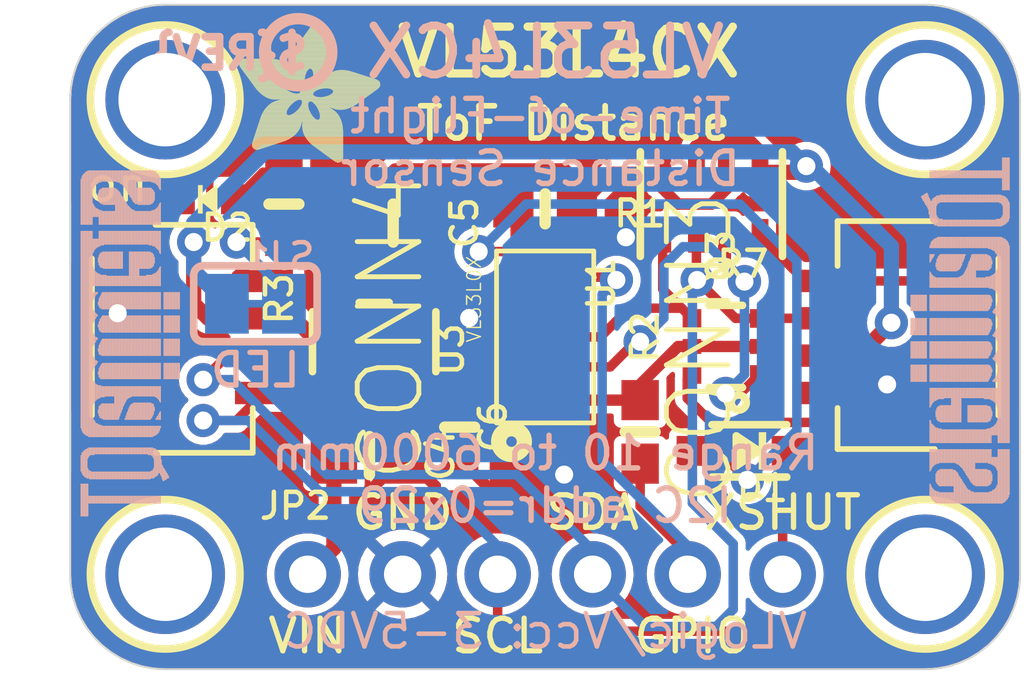
<source format=kicad_pcb>
(kicad_pcb (version 20221018) (generator pcbnew)
  (layers (0 "F.Cu" signal) (31 "B.Cu" signal) (34 "B.Paste" user) (35 "F.Paste" user) (36 "B.SilkS" user "B.Silkscreen") (37 "F.SilkS" user "F.Silkscreen") (38 "B.Mask" user) (39 "F.Mask" user) (44 "Edge.Cuts" user))
  (net 0 "")
  (net 1 "SDA")
  (net 2 "SCL")
  (net 3 "GND")
  (net 4 "GPIO")
  (net 5 "XSHUT")
  (net 6 "XSHUT_2.8V")
  (net 7 "2.8V")
  (net 8 "SCL_3V")
  (net 9 "SDA_3V")
  (net 10 "VCC")
  (net 11 "N$1")
  (net 12 "N$2")
  (footprint "working:FIDUCIAL_1MM" (layer "F.Cu") (at 141.0081 109.1946)
    (fp_text reference "FID1" hide)
    (fp_text value "FIDUCIAL_1MM" hide)
    (pad "1" smd roundrect (at 0 0) (size 1 1) (layers "F.Cu" "F.Mask") (roundrect_rratio 0.5))
  )
  (footprint "working:0805-NO" (layer "F.Cu") (at 144.4371 101.9556)
    (fp_text reference "C5" (at 1.905 -0.762 90) (layer "F.SilkS") (effects (font (size 0.692831 0.692831) (thickness 0.119969)) (justify right)))
    (fp_text value "10uF")
    (pad "1" smd rect (at -0.95 0) (size 1.24 1.5) (layers "F.Cu" "F.Paste" "F.Mask") (net 7 "2.8V"))
    (pad "2" smd rect (at 0.95 0) (size 1.24 1.5) (layers "F.Cu" "F.Paste" "F.Mask") (net 3 "GND"))
  )
  (footprint "working:JST_SH4" (layer "F.Cu") (at 158.5341 105.0036 90)
    (fp_text reference "CONN3" (at -4.6 -5.9 90) (layer "F.SilkS") (effects (font (size 1.647139 1.647139) (thickness 0.130861)) (justify left)))
    (fp_text value "STEMMA_I2C_QT" hide)
    (pad "1" smd rect (at -1.5 -2.514 180) (size 1.55 0.6) (layers "F.Cu" "F.Paste" "F.Mask") (net 3 "GND"))
    (pad "2" smd rect (at -0.5 -2.514 180) (size 1.55 0.6) (layers "F.Cu" "F.Paste" "F.Mask") (net 10 "VCC"))
    (pad "3" smd rect (at 0.5 -2.514 180) (size 1.55 0.6) (layers "F.Cu" "F.Paste" "F.Mask") (net 1 "SDA"))
    (pad "4" smd rect (at 1.5 -2.514 180) (size 1.55 0.6) (layers "F.Cu" "F.Paste" "F.Mask") (net 2 "SCL"))
    (pad "MT1" smd rect (at -2.8 1.386 180) (size 1.8 1.2) (layers "F.Cu" "F.Paste" "F.Mask") (net 3 "GND"))
    (pad "MT2" smd rect (at 2.8 1.386 180) (size 1.8 1.2) (layers "F.Cu" "F.Paste" "F.Mask") (net 3 "GND"))
  )
  (footprint "working:LGA12_ST" (layer "F.Cu") (at 148.5011 105.0036 -90)
    (fp_text reference "U1" (at -2.2 -1.5 90) (layer "F.SilkS") (effects (font (size 0.692831 0.692831) (thickness 0.119969)) (justify right)))
    (fp_text value "VL53L0X" (at -2.2 1.9 90) (layer "F.SilkS") (effects (font (size 0.369824 0.369824) (thickness 0.036576)) (justify right)))
    (pad "1" smd rect (at 1.6 0.8 270) (size 0.5 0.5) (layers "F.Cu" "F.Paste" "F.Mask") (net 7 "2.8V"))
    (pad "2" smd rect (at 0.8 0.8 270) (size 0.5 0.5) (layers "F.Cu" "F.Paste" "F.Mask") (net 3 "GND"))
    (pad "3" smd rect (at 0 0.8 270) (size 0.5 0.5) (layers "F.Cu" "F.Paste" "F.Mask") (net 3 "GND"))
    (pad "4" smd rect (at -0.8 0.8 270) (size 0.5 0.5) (layers "F.Cu" "F.Paste" "F.Mask") (net 3 "GND"))
    (pad "5" smd rect (at -1.6 0.8 270) (size 0.5 0.5) (layers "F.Cu" "F.Paste" "F.Mask") (net 6 "XSHUT_2.8V"))
    (pad "6" smd rect (at -1.6 0 270) (size 0.5 0.5) (layers "F.Cu" "F.Paste" "F.Mask") (net 3 "GND"))
    (pad "7" smd rect (at -1.6 -0.8 270) (size 0.5 0.5) (layers "F.Cu" "F.Paste" "F.Mask") (net 4 "GPIO"))
    (pad "8" smd rect (at -0.8 -0.8 270) (size 0.5 0.5) (layers "F.Cu" "F.Paste" "F.Mask"))
    (pad "9" smd rect (at 0 -0.8 270) (size 0.5 0.5) (layers "F.Cu" "F.Paste" "F.Mask") (net 9 "SDA_3V"))
    (pad "10" smd rect (at 0.8 -0.8 270) (size 0.5 0.5) (layers "F.Cu" "F.Paste" "F.Mask") (net 8 "SCL_3V"))
    (pad "11" smd rect (at 1.6 -0.8 270) (size 0.5 0.5) (layers "F.Cu" "F.Paste" "F.Mask") (net 7 "2.8V"))
    (pad "12" smd rect (at 1.6 0 270) (size 0.5 0.5) (layers "F.Cu" "F.Paste" "F.Mask") (net 3 "GND"))
  )
  (footprint "working:0603-NO" (layer "F.Cu") (at 146.2151 107.4166 -90)
    (fp_text reference "C6" (at -0.762 -0.889 90) (layer "F.SilkS") (effects (font (size 0.692831 0.692831) (thickness 0.119969)) (justify right)))
    (fp_text value "0.1uF")
    (pad "1" smd rect (at -0.85 0 270) (size 1.075 1) (layers "F.Cu" "F.Paste" "F.Mask") (net 7 "2.8V"))
    (pad "2" smd rect (at 0.85 0 270) (size 1.075 1) (layers "F.Cu" "F.Paste" "F.Mask") (net 3 "GND"))
  )
  (footprint "working:MOUNTINGHOLE_2.5_PLATED" (layer "F.Cu") (at 138.3411 111.3536)
    (fp_text reference "U$33" hide)
    (fp_text value "MOUNTINGHOLE2.5" hide)
    (pad "P$1" thru_hole circle (at 0 0) (size 3.2 3.2) (drill 2.5) (layers "*.Cu" "*.Mask"))
    (zone (net 0) (net_name "") (layer "F.Cu") (connect_pads (clearance 0)) (min_thickness 0.25)
      (keepout (tracks not_allowed) (vias not_allowed) (pads not_allowed) (copperpour not_allowed) (footprints allowed))
      (fill (thermal_gap 0.5) (thermal_bridge_width 0.5))
      (polygon (pts (xy 140.3571 111.3536) (xy 140.33748 111.073027) (xy 140.279004 110.797915) (xy 140.182808 110.533619) (xy 140.050765 110.285283) (xy 139.885446 110.05774) (xy 139.690067 109.85542) (xy 139.468433 109.68226) (xy 139.224856 109.541631) (xy 138.964078 109.43627) (xy 138.691175 109.368228) (xy 138.411457 109.338828) (xy 138.130371 109.348644) (xy 137.853385 109.397484) (xy 137.585893 109.484397) (xy 137.3331 109.607693) (xy 137.099926 109.76497) (xy 136.890911 109.953169) (xy 136.710122 110.168625) (xy 136.561078 110.407145) (xy 136.44668 110.664087) (xy 136.369154 110.93445) (xy 136.330011 111.212971) (xy 136.330011 111.494229) (xy 136.369154 111.77275) (xy 136.44668 112.043113) (xy 136.561078 112.300055) (xy 136.710122 112.538575) (xy 136.890911 112.754031) (xy 137.099926 112.94223) (xy 137.3331 113.099507) (xy 137.585893 113.222803) (xy 137.853385 113.309716) (xy 138.130371 113.358556) (xy 138.411457 113.368372) (xy 138.691175 113.338972) (xy 138.964078 113.27093) (xy 139.224856 113.165569) (xy 139.468433 113.02494) (xy 139.690067 112.85178) (xy 139.885446 112.64946) (xy 140.050765 112.421917) (xy 140.182808 112.173581) (xy 140.279004 111.909285) (xy 140.33748 111.634173)))
      (polygon (pts (xy 138.3251 111.3536) (xy 138.329786 111.364914) (xy 138.3411 111.3696) (xy 138.352414 111.364914) (xy 138.3571 111.3536) (xy 138.352414 111.342286) (xy 138.3411 111.3376) (xy 138.329786 111.342286)))
    )
    (zone (net 0) (net_name "") (layer "B.Cu") (connect_pads (clearance 0)) (min_thickness 0.25)
      (keepout (tracks not_allowed) (vias not_allowed) (pads not_allowed) (copperpour not_allowed) (footprints allowed))
      (fill (thermal_gap 0.5) (thermal_bridge_width 0.5))
      (polygon (pts (xy 140.3571 111.3536) (xy 140.33748 111.073027) (xy 140.279004 110.797915) (xy 140.182808 110.533619) (xy 140.050765 110.285283) (xy 139.885446 110.05774) (xy 139.690067 109.85542) (xy 139.468433 109.68226) (xy 139.224856 109.541631) (xy 138.964078 109.43627) (xy 138.691175 109.368228) (xy 138.411457 109.338828) (xy 138.130371 109.348644) (xy 137.853385 109.397484) (xy 137.585893 109.484397) (xy 137.3331 109.607693) (xy 137.099926 109.76497) (xy 136.890911 109.953169) (xy 136.710122 110.168625) (xy 136.561078 110.407145) (xy 136.44668 110.664087) (xy 136.369154 110.93445) (xy 136.330011 111.212971) (xy 136.330011 111.494229) (xy 136.369154 111.77275) (xy 136.44668 112.043113) (xy 136.561078 112.300055) (xy 136.710122 112.538575) (xy 136.890911 112.754031) (xy 137.099926 112.94223) (xy 137.3331 113.099507) (xy 137.585893 113.222803) (xy 137.853385 113.309716) (xy 138.130371 113.358556) (xy 138.411457 113.368372) (xy 138.691175 113.338972) (xy 138.964078 113.27093) (xy 139.224856 113.165569) (xy 139.468433 113.02494) (xy 139.690067 112.85178) (xy 139.885446 112.64946) (xy 140.050765 112.421917) (xy 140.182808 112.173581) (xy 140.279004 111.909285) (xy 140.33748 111.634173)))
      (polygon (pts (xy 138.3251 111.3536) (xy 138.329786 111.364914) (xy 138.3411 111.3696) (xy 138.352414 111.364914) (xy 138.3571 111.3536) (xy 138.352414 111.342286) (xy 138.3411 111.3376) (xy 138.329786 111.342286)))
    )
  )
  (footprint "working:SOT23-5" (layer "F.Cu") (at 143.9291 105.1306)
    (fp_text reference "U3" (at 2.032 -0.562 90) (layer "F.SilkS") (effects (font (size 0.692831 0.692831) (thickness 0.119969)) (justify right)))
    (fp_text value "LP5907-2.8")
    (pad "1" smd rect (at -0.95 1.3001) (size 0.55 1.2) (layers "F.Cu" "F.Paste" "F.Mask") (net 10 "VCC"))
    (pad "2" smd rect (at 0 1.3001) (size 0.55 1.2) (layers "F.Cu" "F.Paste" "F.Mask") (net 3 "GND"))
    (pad "3" smd rect (at 0.95 1.3001) (size 0.55 1.2) (layers "F.Cu" "F.Paste" "F.Mask") (net 10 "VCC"))
    (pad "4" smd rect (at 0.95 -1.3001) (size 0.55 1.2) (layers "F.Cu" "F.Paste" "F.Mask"))
    (pad "5" smd rect (at -0.95 -1.3001) (size 0.55 1.2) (layers "F.Cu" "F.Paste" "F.Mask") (net 7 "2.8V"))
  )
  (footprint "working:JST_SH4" (layer "F.Cu") (at 138.4681 105.0036 -90)
    (fp_text reference "CONN4" (at -4.6 -5.9 90) (layer "F.SilkS") (effects (font (size 1.647139 1.647139) (thickness 0.130861)) (justify right)))
    (fp_text value "STEMMA_I2C_QT" hide)
    (pad "1" smd rect (at -1.5 -2.514) (size 1.55 0.6) (layers "F.Cu" "F.Paste" "F.Mask") (net 3 "GND"))
    (pad "2" smd rect (at -0.5 -2.514) (size 1.55 0.6) (layers "F.Cu" "F.Paste" "F.Mask") (net 10 "VCC"))
    (pad "3" smd rect (at 0.5 -2.514) (size 1.55 0.6) (layers "F.Cu" "F.Paste" "F.Mask") (net 1 "SDA"))
    (pad "4" smd rect (at 1.5 -2.514) (size 1.55 0.6) (layers "F.Cu" "F.Paste" "F.Mask") (net 2 "SCL"))
    (pad "MT1" smd rect (at -2.8 1.386) (size 1.8 1.2) (layers "F.Cu" "F.Paste" "F.Mask") (net 3 "GND"))
    (pad "MT2" smd rect (at 2.8 1.386) (size 1.8 1.2) (layers "F.Cu" "F.Paste" "F.Mask") (net 3 "GND"))
  )
  (footprint "working:1X06_ROUND_70" (layer "F.Cu") (at 148.5011 111.3536)
    (fp_text reference "JP2" (at -7.6962 -1.8288) (layer "F.SilkS") (effects (font (size 0.692831 0.692831) (thickness 0.119969)) (justify left)))
    (fp_text value "")
    (pad "1" thru_hole circle (at -6.35 0 90) (size 1.778 1.778) (drill 1) (layers "*.Cu" "*.Mask") (net 10 "VCC"))
    (pad "2" thru_hole circle (at -3.81 0 90) (size 1.778 1.778) (drill 1) (layers "*.Cu" "*.Mask") (net 3 "GND"))
    (pad "3" thru_hole circle (at -1.27 0 90) (size 1.778 1.778) (drill 1) (layers "*.Cu" "*.Mask") (net 2 "SCL"))
    (pad "4" thru_hole circle (at 1.27 0 90) (size 1.778 1.778) (drill 1) (layers "*.Cu" "*.Mask") (net 1 "SDA"))
    (pad "5" thru_hole circle (at 3.81 0 90) (size 1.778 1.778) (drill 1) (layers "*.Cu" "*.Mask") (net 4 "GPIO"))
    (pad "6" thru_hole circle (at 6.35 0 90) (size 1.778 1.778) (drill 1) (layers "*.Cu" "*.Mask") (net 5 "XSHUT"))
  )
  (footprint "working:SOT363" (layer "F.Cu") (at 153.3271 105.2576 90)
    (fp_text reference "Q3" (at 1.651 -0.127 90) (layer "F.SilkS") (effects (font (size 0.692831 0.692831) (thickness 0.119969)) (justify left)))
    (fp_text value "BSS138")
    (pad "1" smd rect (at -0.75 0.9 90) (size 0.5 0.5) (layers "F.Cu" "F.Paste" "F.Mask") (net 8 "SCL_3V"))
    (pad "2" smd rect (at 0 0.9 90) (size 0.4 0.5) (layers "F.Cu" "F.Paste" "F.Mask") (net 7 "2.8V"))
    (pad "3" smd rect (at 0.75 0.9 90) (size 0.5 0.5) (layers "F.Cu" "F.Paste" "F.Mask") (net 1 "SDA"))
    (pad "4" smd rect (at 0.75 -0.9 90) (size 0.5 0.5) (layers "F.Cu" "F.Paste" "F.Mask") (net 9 "SDA_3V"))
    (pad "5" smd rect (at 0 -0.9 90) (size 0.4 0.5) (layers "F.Cu" "F.Paste" "F.Mask") (net 7 "2.8V"))
    (pad "6" smd rect (at -0.75 -0.9 90) (size 0.5 0.5) (layers "F.Cu" "F.Paste" "F.Mask") (net 2 "SCL"))
  )
  (footprint "working:0603-NO" (layer "F.Cu") (at 148.5011 101.5746)
    (fp_text reference "R1" (at 1.778 0.127) (layer "F.SilkS") (effects (font (size 0.692831 0.692831) (thickness 0.119969)) (justify left)))
    (fp_text value "10K")
    (pad "1" smd rect (at -0.85 0) (size 1.075 1) (layers "F.Cu" "F.Paste" "F.Mask") (net 6 "XSHUT_2.8V"))
    (pad "2" smd rect (at 0.85 0) (size 1.075 1) (layers "F.Cu" "F.Paste" "F.Mask") (net 7 "2.8V"))
  )
  (footprint "working:CHIPLED_0603_NOOUTLINE" (layer "F.Cu") (at 139.4841 101.3206 90)
    (fp_text reference "D2" (at -0.762 1.27) (layer "F.SilkS") (effects (font (size 0.692831 0.692831) (thickness 0.119969)) (justify right)))
    (fp_text value "GREEN")
    (pad "A" smd rect (at 0 0.75 90) (size 0.8 0.8) (layers "F.Cu" "F.Paste" "F.Mask") (net 11 "N$1"))
    (pad "C" smd rect (at 0 -0.75 90) (size 0.8 0.8) (layers "F.Cu" "F.Paste" "F.Mask") (net 3 "GND"))
  )
  (footprint "working:ADAFRUIT_3.5MM" (layer "F.Cu") (at 140.2969 100.3554)
    (fp_text reference "U$36" hide)
    (fp_text value "" hide)
  )
  (footprint "working:MOUNTINGHOLE_2.5_PLATED" (layer "F.Cu") (at 158.6611 111.3536)
    (fp_text reference "U$34" hide)
    (fp_text value "MOUNTINGHOLE2.5" hide)
    (pad "P$1" thru_hole circle (at 0 0) (size 3.2 3.2) (drill 2.5) (layers "*.Cu" "*.Mask"))
    (zone (net 0) (net_name "") (layer "F.Cu") (connect_pads (clearance 0)) (min_thickness 0.25)
      (keepout (tracks not_allowed) (vias not_allowed) (pads not_allowed) (copperpour not_allowed) (footprints allowed))
      (fill (thermal_gap 0.5) (thermal_bridge_width 0.5))
      (polygon (pts (xy 160.6771 111.3536) (xy 160.65748 111.073027) (xy 160.599004 110.797915) (xy 160.502808 110.533619) (xy 160.370765 110.285283) (xy 160.205446 110.05774) (xy 160.010067 109.85542) (xy 159.788433 109.68226) (xy 159.544856 109.541631) (xy 159.284078 109.43627) (xy 159.011175 109.368228) (xy 158.731457 109.338828) (xy 158.450371 109.348644) (xy 158.173385 109.397484) (xy 157.905893 109.484397) (xy 157.6531 109.607693) (xy 157.419926 109.76497) (xy 157.210911 109.953169) (xy 157.030122 110.168625) (xy 156.881078 110.407145) (xy 156.76668 110.664087) (xy 156.689154 110.93445) (xy 156.650011 111.212971) (xy 156.650011 111.494229) (xy 156.689154 111.77275) (xy 156.76668 112.043113) (xy 156.881078 112.300055) (xy 157.030122 112.538575) (xy 157.210911 112.754031) (xy 157.419926 112.94223) (xy 157.6531 113.099507) (xy 157.905893 113.222803) (xy 158.173385 113.309716) (xy 158.450371 113.358556) (xy 158.731457 113.368372) (xy 159.011175 113.338972) (xy 159.284078 113.27093) (xy 159.544856 113.165569) (xy 159.788433 113.02494) (xy 160.010067 112.85178) (xy 160.205446 112.64946) (xy 160.370765 112.421917) (xy 160.502808 112.173581) (xy 160.599004 111.909285) (xy 160.65748 111.634173)))
      (polygon (pts (xy 158.6451 111.3536) (xy 158.649786 111.364914) (xy 158.6611 111.3696) (xy 158.672414 111.364914) (xy 158.6771 111.3536) (xy 158.672414 111.342286) (xy 158.6611 111.3376) (xy 158.649786 111.342286)))
    )
    (zone (net 0) (net_name "") (layer "B.Cu") (connect_pads (clearance 0)) (min_thickness 0.25)
      (keepout (tracks not_allowed) (vias not_allowed) (pads not_allowed) (copperpour not_allowed) (footprints allowed))
      (fill (thermal_gap 0.5) (thermal_bridge_width 0.5))
      (polygon (pts (xy 160.6771 111.3536) (xy 160.65748 111.073027) (xy 160.599004 110.797915) (xy 160.502808 110.533619) (xy 160.370765 110.285283) (xy 160.205446 110.05774) (xy 160.010067 109.85542) (xy 159.788433 109.68226) (xy 159.544856 109.541631) (xy 159.284078 109.43627) (xy 159.011175 109.368228) (xy 158.731457 109.338828) (xy 158.450371 109.348644) (xy 158.173385 109.397484) (xy 157.905893 109.484397) (xy 157.6531 109.607693) (xy 157.419926 109.76497) (xy 157.210911 109.953169) (xy 157.030122 110.168625) (xy 156.881078 110.407145) (xy 156.76668 110.664087) (xy 156.689154 110.93445) (xy 156.650011 111.212971) (xy 156.650011 111.494229) (xy 156.689154 111.77275) (xy 156.76668 112.043113) (xy 156.881078 112.300055) (xy 157.030122 112.538575) (xy 157.210911 112.754031) (xy 157.419926 112.94223) (xy 157.6531 113.099507) (xy 157.905893 113.222803) (xy 158.173385 113.309716) (xy 158.450371 113.358556) (xy 158.731457 113.368372) (xy 159.011175 113.338972) (xy 159.284078 113.27093) (xy 159.544856 113.165569) (xy 159.788433 113.02494) (xy 160.010067 112.85178) (xy 160.205446 112.64946) (xy 160.370765 112.421917) (xy 160.502808 112.173581) (xy 160.599004 111.909285) (xy 160.65748 111.634173)))
      (polygon (pts (xy 158.6451 111.3536) (xy 158.649786 111.364914) (xy 158.6611 111.3696) (xy 158.672414 111.364914) (xy 158.6771 111.3536) (xy 158.672414 111.342286) (xy 158.6611 111.3376) (xy 158.649786 111.342286)))
    )
  )
  (footprint "working:RESPACK_4X0603" (layer "F.Cu") (at 152.9461 101.4476 180)
    (fp_text reference "R7" (at -1.6 -1.6) (layer "F.SilkS") (effects (font (size 0.692831 0.692831) (thickness 0.119969)) (justify right)))
    (fp_text value "10K")
    (pad "1" smd rect (at -1.3 0.85 180) (size 0.45 0.9) (layers "F.Cu" "F.Paste" "F.Mask") (net 10 "VCC"))
    (pad "2" smd rect (at -0.4 0.85 180) (size 0.45 0.9) (layers "F.Cu" "F.Paste" "F.Mask") (net 7 "2.8V"))
    (pad "3" smd rect (at 0.4 0.85 180) (size 0.45 0.9) (layers "F.Cu" "F.Paste" "F.Mask") (net 10 "VCC"))
    (pad "4" smd rect (at 1.3 0.85 180) (size 0.45 0.9) (layers "F.Cu" "F.Paste" "F.Mask") (net 7 "2.8V"))
    (pad "5" smd rect (at 1.3 -0.85 180) (size 0.45 0.9) (layers "F.Cu" "F.Paste" "F.Mask") (net 9 "SDA_3V"))
    (pad "6" smd rect (at 0.4 -0.85 180) (size 0.45 0.9) (layers "F.Cu" "F.Paste" "F.Mask") (net 1 "SDA"))
    (pad "7" smd rect (at -0.4 -0.85 180) (size 0.45 0.9) (layers "F.Cu" "F.Paste" "F.Mask") (net 8 "SCL_3V"))
    (pad "8" smd rect (at -1.3 -0.85 180) (size 0.45 0.9) (layers "F.Cu" "F.Paste" "F.Mask") (net 2 "SCL"))
  )
  (footprint "working:0603-NO" (layer "F.Cu") (at 151.0411 107.5436 90)
    (fp_text reference "R2" (at 1.778 0.127 90) (layer "F.SilkS") (effects (font (size 0.692831 0.692831) (thickness 0.119969)) (justify left)))
    (fp_text value "10K")
    (pad "1" smd rect (at -0.85 0 90) (size 1.075 1) (layers "F.Cu" "F.Paste" "F.Mask") (net 4 "GPIO"))
    (pad "2" smd rect (at 0.85 0 90) (size 1.075 1) (layers "F.Cu" "F.Paste" "F.Mask") (net 7 "2.8V"))
  )
  (footprint "working:SOD-323" (layer "F.Cu") (at 153.9621 108.0516 180)
    (fp_text reference "D1" (at -1.1 -1) (layer "F.SilkS") (effects (font (size 0.692831 0.692831) (thickness 0.119969)) (justify right)))
    (fp_text value "1N4148")
    (pad "A" smd rect (at 1.27 0 180) (size 1.35 0.8) (layers "F.Cu" "F.Paste" "F.Mask") (net 6 "XSHUT_2.8V"))
    (pad "C" smd rect (at -1.27 0 180) (size 1.35 0.8) (layers "F.Cu" "F.Paste" "F.Mask") (net 5 "XSHUT"))
  )
  (footprint "working:MOUNTINGHOLE_2.5_PLATED" (layer "F.Cu") (at 138.3411 98.6536)
    (fp_text reference "U$30" hide)
    (fp_text value "MOUNTINGHOLE2.5" hide)
    (pad "P$1" thru_hole circle (at 0 0) (size 3.2 3.2) (drill 2.5) (layers "*.Cu" "*.Mask"))
    (zone (net 0) (net_name "") (layer "F.Cu") (connect_pads (clearance 0)) (min_thickness 0.25)
      (keepout (tracks not_allowed) (vias not_allowed) (pads not_allowed) (copperpour not_allowed) (footprints allowed))
      (fill (thermal_gap 0.5) (thermal_bridge_width 0.5))
      (polygon (pts (xy 140.3571 98.6536) (xy 140.33748 98.373027) (xy 140.279004 98.097915) (xy 140.182808 97.833619) (xy 140.050765 97.585283) (xy 139.885446 97.35774) (xy 139.690067 97.15542) (xy 139.468433 96.98226) (xy 139.224856 96.841631) (xy 138.964078 96.73627) (xy 138.691175 96.668228) (xy 138.411457 96.638828) (xy 138.130371 96.648644) (xy 137.853385 96.697484) (xy 137.585893 96.784397) (xy 137.3331 96.907693) (xy 137.099926 97.06497) (xy 136.890911 97.253169) (xy 136.710122 97.468625) (xy 136.561078 97.707145) (xy 136.44668 97.964087) (xy 136.369154 98.23445) (xy 136.330011 98.512971) (xy 136.330011 98.794229) (xy 136.369154 99.07275) (xy 136.44668 99.343113) (xy 136.561078 99.600055) (xy 136.710122 99.838575) (xy 136.890911 100.054031) (xy 137.099926 100.24223) (xy 137.3331 100.399507) (xy 137.585893 100.522803) (xy 137.853385 100.609716) (xy 138.130371 100.658556) (xy 138.411457 100.668372) (xy 138.691175 100.638972) (xy 138.964078 100.57093) (xy 139.224856 100.465569) (xy 139.468433 100.32494) (xy 139.690067 100.15178) (xy 139.885446 99.94946) (xy 140.050765 99.721917) (xy 140.182808 99.473581) (xy 140.279004 99.209285) (xy 140.33748 98.934173)))
      (polygon (pts (xy 138.3251 98.6536) (xy 138.329786 98.664914) (xy 138.3411 98.6696) (xy 138.352414 98.664914) (xy 138.3571 98.6536) (xy 138.352414 98.642286) (xy 138.3411 98.6376) (xy 138.329786 98.642286)))
    )
    (zone (net 0) (net_name "") (layer "B.Cu") (connect_pads (clearance 0)) (min_thickness 0.25)
      (keepout (tracks not_allowed) (vias not_allowed) (pads not_allowed) (copperpour not_allowed) (footprints allowed))
      (fill (thermal_gap 0.5) (thermal_bridge_width 0.5))
      (polygon (pts (xy 140.3571 98.6536) (xy 140.33748 98.373027) (xy 140.279004 98.097915) (xy 140.182808 97.833619) (xy 140.050765 97.585283) (xy 139.885446 97.35774) (xy 139.690067 97.15542) (xy 139.468433 96.98226) (xy 139.224856 96.841631) (xy 138.964078 96.73627) (xy 138.691175 96.668228) (xy 138.411457 96.638828) (xy 138.130371 96.648644) (xy 137.853385 96.697484) (xy 137.585893 96.784397) (xy 137.3331 96.907693) (xy 137.099926 97.06497) (xy 136.890911 97.253169) (xy 136.710122 97.468625) (xy 136.561078 97.707145) (xy 136.44668 97.964087) (xy 136.369154 98.23445) (xy 136.330011 98.512971) (xy 136.330011 98.794229) (xy 136.369154 99.07275) (xy 136.44668 99.343113) (xy 136.561078 99.600055) (xy 136.710122 99.838575) (xy 136.890911 100.054031) (xy 137.099926 100.24223) (xy 137.3331 100.399507) (xy 137.585893 100.522803) (xy 137.853385 100.609716) (xy 138.130371 100.658556) (xy 138.411457 100.668372) (xy 138.691175 100.638972) (xy 138.964078 100.57093) (xy 139.224856 100.465569) (xy 139.468433 100.32494) (xy 139.690067 100.15178) (xy 139.885446 99.94946) (xy 140.050765 99.721917) (xy 140.182808 99.473581) (xy 140.279004 99.209285) (xy 140.33748 98.934173)))
      (polygon (pts (xy 138.3251 98.6536) (xy 138.329786 98.664914) (xy 138.3411 98.6696) (xy 138.352414 98.664914) (xy 138.3571 98.6536) (xy 138.352414 98.642286) (xy 138.3411 98.6376) (xy 138.329786 98.642286)))
    )
  )
  (footprint "working:FIDUCIAL_1MM" (layer "F.Cu") (at 155.3591 97.3836)
    (fp_text reference "FID4" hide)
    (fp_text value "FIDUCIAL_1MM" hide)
    (pad "1" smd roundrect (at 0 0) (size 1 1) (layers "F.Cu" "F.Mask") (roundrect_rratio 0.5))
  )
  (footprint "working:0603-NO" (layer "F.Cu") (at 141.5161 101.4476 -90)
    (fp_text reference "R3" (at 1.778 0.127 90) (layer "F.SilkS") (effects (font (size 0.692831 0.692831) (thickness 0.119969)) (justify right)))
    (fp_text value "10K")
    (pad "1" smd rect (at -0.85 0 270) (size 1.075 1) (layers "F.Cu" "F.Paste" "F.Mask") (net 11 "N$1"))
    (pad "2" smd rect (at 0.85 0 270) (size 1.075 1) (layers "F.Cu" "F.Paste" "F.Mask") (net 12 "N$2"))
  )
  (footprint "working:0805-NO" (layer "F.Cu") (at 143.8021 108.1786)
    (fp_text reference "C4" (at 1.905 -0.762 90) (layer "F.SilkS") (effects (font (size 0.692831 0.692831) (thickness 0.119969)) (justify right)))
    (fp_text value "10uF")
    (pad "1" smd rect (at -0.95 0) (size 1.24 1.5) (layers "F.Cu" "F.Paste" "F.Mask") (net 10 "VCC"))
    (pad "2" smd rect (at 0.95 0) (size 1.24 1.5) (layers "F.Cu" "F.Paste" "F.Mask") (net 3 "GND"))
  )
  (footprint "working:MOUNTINGHOLE_2.5_PLATED" (layer "F.Cu") (at 158.6611 98.6536)
    (fp_text reference "U$31" hide)
    (fp_text value "MOUNTINGHOLE2.5" hide)
    (pad "P$1" thru_hole circle (at 0 0) (size 3.2 3.2) (drill 2.5) (layers "*.Cu" "*.Mask"))
    (zone (net 0) (net_name "") (layer "F.Cu") (connect_pads (clearance 0)) (min_thickness 0.25)
      (keepout (tracks not_allowed) (vias not_allowed) (pads not_allowed) (copperpour not_allowed) (footprints allowed))
      (fill (thermal_gap 0.5) (thermal_bridge_width 0.5))
      (polygon (pts (xy 160.6771 98.6536) (xy 160.65748 98.373027) (xy 160.599004 98.097915) (xy 160.502808 97.833619) (xy 160.370765 97.585283) (xy 160.205446 97.35774) (xy 160.010067 97.15542) (xy 159.788433 96.98226) (xy 159.544856 96.841631) (xy 159.284078 96.73627) (xy 159.011175 96.668228) (xy 158.731457 96.638828) (xy 158.450371 96.648644) (xy 158.173385 96.697484) (xy 157.905893 96.784397) (xy 157.6531 96.907693) (xy 157.419926 97.06497) (xy 157.210911 97.253169) (xy 157.030122 97.468625) (xy 156.881078 97.707145) (xy 156.76668 97.964087) (xy 156.689154 98.23445) (xy 156.650011 98.512971) (xy 156.650011 98.794229) (xy 156.689154 99.07275) (xy 156.76668 99.343113) (xy 156.881078 99.600055) (xy 157.030122 99.838575) (xy 157.210911 100.054031) (xy 157.419926 100.24223) (xy 157.6531 100.399507) (xy 157.905893 100.522803) (xy 158.173385 100.609716) (xy 158.450371 100.658556) (xy 158.731457 100.668372) (xy 159.011175 100.638972) (xy 159.284078 100.57093) (xy 159.544856 100.465569) (xy 159.788433 100.32494) (xy 160.010067 100.15178) (xy 160.205446 99.94946) (xy 160.370765 99.721917) (xy 160.502808 99.473581) (xy 160.599004 99.209285) (xy 160.65748 98.934173)))
      (polygon (pts (xy 158.6451 98.6536) (xy 158.649786 98.664914) (xy 158.6611 98.6696) (xy 158.672414 98.664914) (xy 158.6771 98.6536) (xy 158.672414 98.642286) (xy 158.6611 98.6376) (xy 158.649786 98.642286)))
    )
    (zone (net 0) (net_name "") (layer "B.Cu") (connect_pads (clearance 0)) (min_thickness 0.25)
      (keepout (tracks not_allowed) (vias not_allowed) (pads not_allowed) (copperpour not_allowed) (footprints allowed))
      (fill (thermal_gap 0.5) (thermal_bridge_width 0.5))
      (polygon (pts (xy 160.6771 98.6536) (xy 160.65748 98.373027) (xy 160.599004 98.097915) (xy 160.502808 97.833619) (xy 160.370765 97.585283) (xy 160.205446 97.35774) (xy 160.010067 97.15542) (xy 159.788433 96.98226) (xy 159.544856 96.841631) (xy 159.284078 96.73627) (xy 159.011175 96.668228) (xy 158.731457 96.638828) (xy 158.450371 96.648644) (xy 158.173385 96.697484) (xy 157.905893 96.784397) (xy 157.6531 96.907693) (xy 157.419926 97.06497) (xy 157.210911 97.253169) (xy 157.030122 97.468625) (xy 156.881078 97.707145) (xy 156.76668 97.964087) (xy 156.689154 98.23445) (xy 156.650011 98.512971) (xy 156.650011 98.794229) (xy 156.689154 99.07275) (xy 156.76668 99.343113) (xy 156.881078 99.600055) (xy 157.030122 99.838575) (xy 157.210911 100.054031) (xy 157.419926 100.24223) (xy 157.6531 100.399507) (xy 157.905893 100.522803) (xy 158.173385 100.609716) (xy 158.450371 100.658556) (xy 158.731457 100.668372) (xy 159.011175 100.638972) (xy 159.284078 100.57093) (xy 159.544856 100.465569) (xy 159.788433 100.32494) (xy 160.010067 100.15178) (xy 160.205446 99.94946) (xy 160.370765 99.721917) (xy 160.502808 99.473581) (xy 160.599004 99.209285) (xy 160.65748 98.934173)))
      (polygon (pts (xy 158.6451 98.6536) (xy 158.649786 98.664914) (xy 158.6611 98.6696) (xy 158.672414 98.664914) (xy 158.6771 98.6536) (xy 158.672414 98.642286) (xy 158.6611 98.6376) (xy 158.649786 98.642286)))
    )
  )
  (footprint "working:SOLDERJUMPER_CLOSEDWIRE" (layer "B.Cu") (at 140.7541 104.1146 180)
    (fp_text reference "SJ1" (at -1.651 1.27) (layer "B.SilkS") (effects (font (size 0.692831 0.692831) (thickness 0.119969)) (justify left mirror)))
    (fp_text value "")
    (pad "1" smd rect (at -0.762 0 180) (size 1.1684 1.6002) (layers "B.Cu") (net 12 "N$2"))
    (pad "2" smd rect (at 0.762 0 180) (size 1.1684 1.6002) (layers "B.Cu") (net 10 "VCC"))
    (pad "WIRE" smd rect (at 0 0) (size 0.635 0.2032) (layers "B.Cu"))
  )
  (footprint "working:STEMMAQT" (layer "B.Cu") (at 158.2801 109.4486 90)
    (fp_text reference "U$38" hide)
    (fp_text value "" hide)
  )
  (footprint "working:STEMMAQT" (layer "B.Cu") (at 138.7221 100.5586 -90)
    (fp_text reference "U$39" hide)
    (fp_text value "" hide)
  )
  (footprint "working:PCBFEAT-REV-040" (layer "B.Cu") (at 141.8971 97.3836 180)
    (fp_text reference "U$37" hide)
    (fp_text value "" hide)
    (fp_text user "${REV}" (at -0.3556 -0.508) (layer "B.SilkS") (effects (font (size 0.8128 0.8128) (thickness 0.2032)) (justify left bottom mirror)))
  )
  (gr_line (start 158.6611 96.1136) (end 138.3411 96.1136) (stroke (width 0.05)) (layer "Edge.Cuts"))
  (gr_arc (start 161.2011 111.3536) (mid 160.457151 113.149651) (end 158.6611 113.8936) (stroke (width 0.05)) (layer "Edge.Cuts"))
  (gr_line (start 138.3411 113.8936) (end 158.6611 113.8936) (stroke (width 0.05)) (layer "Edge.Cuts"))
  (gr_line (start 135.8011 98.6536) (end 135.8011 111.3536) (stroke (width 0.05)) (layer "Edge.Cuts"))
  (gr_arc (start 158.6611 96.1136) (mid 160.457151 96.857549) (end 161.2011 98.6536) (stroke (width 0.05)) (layer "Edge.Cuts"))
  (gr_arc (start 138.3411 113.8936) (mid 136.545049 113.149651) (end 135.8011 111.3536) (stroke (width 0.05)) (layer "Edge.Cuts"))
  (gr_arc (start 135.8011 98.6536) (mid 136.545049 96.857549) (end 138.3411 96.1136) (stroke (width 0.05)) (layer "Edge.Cuts"))
  (gr_line (start 161.2011 111.3536) (end 161.2011 98.6536) (stroke (width 0.05)) (layer "Edge.Cuts"))
  (gr_text "Range 10 to 6000mm\nI2C addr=0x29" (at 148.5011 108.8136) (layer "B.SilkS") (effects (font (size 0.87376 0.87376) (thickness 0.14224)) (justify mirror)))
  (gr_text "Time-of-Flight\nDistance Sensor" (at 148.3741 99.7966) (layer "B.SilkS") (effects (font (size 0.87376 0.87376) (thickness 0.14224)) (justify mirror)))
  (gr_text "VL53L4CX" (at 148.5011 97.3836) (layer "B.SilkS") (effects (font (size 1.31064 1.31064) (thickness 0.21336)) (justify mirror)))
  (gr_text "LED" (at 140.7541 105.8926) (layer "B.SilkS") (effects (font (size 0.87376 0.87376) (thickness 0.14224)) (justify mirror)))
  (gr_text "VLogic/Vcc: 3-5VDC" (at 148.5011 112.8776) (layer "B.SilkS") (effects (font (size 0.89408 0.89408) (thickness 0.12192)) (justify mirror)))
  (gr_text "VL53L4CX" (at 149.1361 97.3836) (layer "F.SilkS") (effects (font (size 1.25222 1.25222) (thickness 0.22098))))
  (gr_text "GPIO" (at 152.4381 113.0046) (layer "F.SilkS") (effects (font (size 0.87376 0.87376) (thickness 0.14224))))
  (gr_text "SDA" (at 149.7711 109.7026) (layer "F.SilkS") (effects (font (size 0.87376 0.87376) (thickness 0.14224))))
  (gr_text "ToF Distance" (at 149.2631 99.2886) (layer "F.SilkS") (effects (font (size 0.8636 0.8636) (thickness 0.1524))))
  (gr_text "VIN" (at 142.1511 113.0046) (layer "F.SilkS") (effects (font (size 0.87376 0.87376) (thickness 0.14224))))
  (gr_text "GND" (at 144.6911 109.7026) (layer "F.SilkS") (effects (font (size 0.87376 0.87376) (thickness 0.14224))))
  (gr_text "XSHUT" (at 154.8511 109.7026) (layer "F.SilkS") (effects (font (size 0.87376 0.87376) (thickness 0.14224))))
  (gr_text "on" (at 136.1821 101.4476) (layer "F.SilkS") (effects (font (size 0.89408 0.89408) (thickness 0.12192)) (justify left bottom)))
  (gr_text "SCL" (at 147.2311 113.0046) (layer "F.SilkS") (effects (font (size 0.87376 0.87376) (thickness 0.14224))))
  (segment (start 154.2271 104.5076) (end 154.2311 104.5036) (width 0.254) (layer "F.Cu") (net 1))
  (segment (start 153.5891 104.5036) (end 154.2311 104.5036) (width 0.254) (layer "F.Cu") (net 1))
  (segment (start 152.5651 103.4796) (end 153.5891 104.5036) (width 0.254) (layer "F.Cu") (net 1))
  (segment (start 152.5461 102.2976) (end 152.5461 103.4606) (width 0.254) (layer "F.Cu") (net 1))
  (segment (start 140.0001 105.5036) (end 139.3571 106.1466) (width 0.254) (layer "F.Cu") (net 1))
  (segment (start 140.9821 105.5036) (end 140.0001 105.5036) (width 0.254) (layer "F.Cu") (net 1))
  (segment (start 152.5461 103.4606) (end 152.5651 103.4796) (width 0.254) (layer "F.Cu") (net 1))
  (segment (start 154.2311 104.5036) (end 156.0201 104.5036) (width 0.254) (layer "F.Cu") (net 1))
  (via (at 139.3571 106.1466) (size 0.889) (drill 0.4826) (layers "F.Cu" "B.Cu") (net 1))
  (via (at 152.5651 103.4796) (size 0.889) (drill 0.4826) (layers "F.Cu" "B.Cu") (net 1))
  (segment (start 142.6591 108.6866) (end 140.1191 106.1466) (width 0.254) (layer "B.Cu") (net 1))
  (segment (start 152.5651 103.7336) (end 152.4381 103.8606) (width 0.254) (layer "B.Cu") (net 1))
  (segment (start 149.7711 111.3536) (end 151.1681 112.7506) (width 0.254) (layer "B.Cu") (net 1))
  (segment (start 139.3571 106.1466) (end 140.1191 106.1466) (width 0.254) (layer "B.Cu") (net 1))
  (segment (start 152.5651 103.4796) (end 152.5651 103.7336) (width 0.254) (layer "B.Cu") (net 1))
  (segment (start 142.6591 108.6866) (end 147.7391 108.6866) (width 0.254) (layer "B.Cu") (net 1))
  (segment (start 152.4381 103.8606) (end 152.4381 109.4486) (width 0.254) (layer "B.Cu") (net 1))
  (segment (start 153.0731 112.7506) (end 153.5303 112.2934) (width 0.254) (layer "B.Cu") (net 1))
  (segment (start 153.5303 110.5408) (end 152.4381 109.4486) (width 0.254) (layer "B.Cu") (net 1))
  (segment (start 151.1681 112.7506) (end 153.0731 112.7506) (width 0.254) (layer "B.Cu") (net 1))
  (segment (start 153.5303 112.2934) (end 153.5303 110.5408) (width 0.254) (layer "B.Cu") (net 1))
  (segment (start 149.7711 110.7186) (end 149.7711 111.3536) (width 0.254) (layer "B.Cu") (net 1))
  (segment (start 147.7391 108.6866) (end 149.7711 110.7186) (width 0.254) (layer "B.Cu") (net 1))
  (segment (start 152.9461 107.2896) (end 156.5021 107.2896) (width 0.254) (layer "F.Cu") (net 2))
  (segment (start 156.5021 107.2896) (end 157.8991 107.2896) (width 0.254) (layer "F.Cu") (net 2))
  (segment (start 158.5341 103.7336) (end 158.3041 103.5036) (width 0.254) (layer "F.Cu") (net 2))
  (segment (start 158.5341 106.6546) (end 158.5341 103.7336) (width 0.254) (layer "F.Cu") (net 2))
  (segment (start 152.4271 106.0076) (end 152.3001 106.1346) (width 0.254) (layer "F.Cu") (net 2))
  (segment (start 152.3001 106.6436) (end 152.9461 107.2896) (width 0.254) (layer "F.Cu") (net 2))
  (segment (start 147.2311 112.4966) (end 147.2311 111.3536) (width 0.254) (layer "F.Cu") (net 2))
  (segment (start 156.5021 112.1156) (end 155.7401 112.8776) (width 0.254) (layer "F.Cu") (net 2))
  (segment (start 147.6121 112.8776) (end 147.2311 112.4966) (width 0.254) (layer "F.Cu") (net 2))
  (segment (start 156.5021 107.2896) (end 156.5021 112.1156) (width 0.254) (layer "F.Cu") (net 2))
  (segment (start 157.8991 107.2896) (end 158.5341 106.6546) (width 0.254) (layer "F.Cu") (net 2))
  (segment (start 154.2461 102.2976) (end 155.4521 103.5036) (width 0.254) (layer "F.Cu") (net 2))
  (segment (start 140.9821 106.5036) (end 140.2469 107.2388) (width 0.254) (layer "F.Cu") (net 2))
  (segment (start 152.3001 106.1346) (end 152.3001 106.6436) (width 0.254) (layer "F.Cu") (net 2))
  (segment (start 158.3041 103.5036) (end 156.0201 103.5036) (width 0.254) (layer "F.Cu") (net 2))
  (segment (start 140.2469 107.2388) (end 139.3571 107.2388) (width 0.254) (layer "F.Cu") (net 2))
  (segment (start 155.7401 112.8776) (end 147.6121 112.8776) (width 0.254) (layer "F.Cu") (net 2))
  (segment (start 155.4521 103.5036) (end 156.0201 103.5036) (width 0.254) (layer "F.Cu") (net 2))
  (via (at 139.3571 107.2388) (size 0.889) (drill 0.4826) (layers "F.Cu" "B.Cu") (net 2))
  (segment (start 142.469718 109.1438) (end 140.564718 107.2388) (width 0.254) (layer "B.Cu") (net 2))
  (segment (start 145.7833 109.1438) (end 147.2311 110.5916) (width 0.254) (layer "B.Cu") (net 2))
  (segment (start 147.2311 110.5916) (end 147.2311 111.3536) (width 0.254) (layer "B.Cu") (net 2))
  (segment (start 142.469718 109.1438) (end 145.7833 109.1438) (width 0.254) (layer "B.Cu") (net 2))
  (segment (start 139.3571 107.2388) (end 140.564718 107.2388) (width 0.254) (layer "B.Cu") (net 2))
  (segment (start 142.3739 99.7299) (end 142.3739 103.2568) (width 0.254) (layer "F.Cu") (net 3))
  (segment (start 138.0931 102.2036) (end 137.0821 102.2036) (width 0.254) (layer "F.Cu") (net 3))
  (segment (start 142.3739 103.2568) (end 142.0241 103.6066) (width 0.254) (layer "F.Cu") (net 3))
  (segment (start 140.177625 100.4316) (end 140.879325 99.7299) (width 0.254) (layer "F.Cu") (net 3))
  (segment (start 140.8311 103.3526) (end 140.9821 103.5036) (width 0.254) (layer "F.Cu") (net 3))
  (segment (start 140.879325 99.7299) (end 142.3739 99.7299) (width 0.254) (layer "F.Cu") (net 3))
  (segment (start 138.2141 102.0826) (end 138.0931 102.2036) (width 0.254) (layer "F.Cu") (net 3))
  (segment (start 139.6231 100.4316) (end 140.177625 100.4316) (width 0.254) (layer "F.Cu") (net 3))
  (segment (start 140.2461 103.3526) (end 140.8311 103.3526) (width 0.254) (layer "F.Cu") (net 3))
  (segment (start 143.9291 106.4307) (end 143.9291 107.184438) (width 0.4064) (layer "F.Cu") (net 3))
  (segment (start 144.7521 108.007438) (end 144.7521 108.1786) (width 0.4064) (layer "F.Cu") (net 3))
  (segment (start 142.0241 103.6066) (end 140.5001 103.6066) (width 0.254) (layer "F.Cu") (net 3))
  (segment (start 140.5001 103.6066) (end 140.2461 103.3526) (width 0.254) (layer "F.Cu") (net 3))
  (segment (start 143.9291 107.184438) (end 144.7521 108.007438) (width 0.4064) (layer "F.Cu") (net 3))
  (segment (start 138.2141 101.8406) (end 138.2141 102.0826) (width 0.254) (layer "F.Cu") (net 3))
  (segment (start 138.7341 101.3206) (end 139.6231 100.4316) (width 0.254) (layer "F.Cu") (net 3))
  (segment (start 138.7341 101.3206) (end 138.2141 101.8406) (width 0.254) (layer "F.Cu") (net 3))
  (via (at 149.0091 108.6866) (size 0.889) (drill 0.4826) (layers "F.Cu" "B.Cu") (net 3))
  (via (at 137.0711 104.3686) (size 0.889) (drill 0.4826) (layers "F.Cu" "B.Cu") (net 3))
  (via (at 157.6451 106.2736) (size 0.889) (drill 0.4826) (layers "F.Cu" "B.Cu") (net 3))
  (via (at 150.6601 102.3366) (size 0.889) (drill 0.4826) (layers "F.Cu" "B.Cu") (net 3))
  (via (at 146.4691 104.4956) (size 0.889) (drill 0.4826) (layers "F.Cu" "B.Cu") (net 3))
  (segment (start 151.0411 108.3936) (end 151.0411 109.5366) (width 0.254) (layer "F.Cu") (net 4))
  (segment (start 150.3301 103.4036) (end 150.4061 103.4796) (width 0.254) (layer "F.Cu") (net 4))
  (segment (start 152.3111 110.8066) (end 151.0411 109.5366) (width 0.254) (layer "F.Cu") (net 4))
  (segment (start 149.3011 103.4036) (end 150.3301 103.4036) (width 0.254) (layer "F.Cu") (net 4))
  (segment (start 152.3111 110.8066) (end 152.3111 111.3536) (width 0.254) (layer "F.Cu") (net 4))
  (via (at 150.4061 103.4796) (size 0.889) (drill 0.4826) (layers "F.Cu" "B.Cu") (net 4))
  (segment (start 150.0251 103.8606) (end 150.0251 108.3056) (width 0.254) (layer "B.Cu") (net 4))
  (segment (start 150.0251 108.3056) (end 152.3111 110.5916) (width 0.254) (layer "B.Cu") (net 4))
  (segment (start 150.4061 103.4796) (end 150.0251 103.8606) (width 0.254) (layer "B.Cu") (net 4))
  (segment (start 152.3111 110.5916) (end 152.3111 111.3536) (width 0.254) (layer "B.Cu") (net 4))
  (segment (start 154.8511 108.4326) (end 155.2321 108.0516) (width 0.254) (layer "F.Cu") (net 5))
  (segment (start 154.8511 111.3536) (end 154.8511 108.4326) (width 0.254) (layer "F.Cu") (net 5))
  (segment (start 147.5741 102.7176) (end 146.7231 102.7176) (width 0.254) (layer "F.Cu") (net 6))
  (segment (start 147.7011 102.5906) (end 147.7011 101.6246) (width 0.254) (layer "F.Cu") (net 6))
  (segment (start 147.7011 103.4036) (end 147.7011 102.5906) (width 0.254) (layer "F.Cu") (net 6))
  (segment (start 153.1347 108.0516) (end 152.6921 108.0516) (width 0.254) (layer "F.Cu") (net 6))
  (segment (start 147.7011 101.6246) (end 147.6511 101.5746) (width 0.254) (layer "F.Cu") (net 6))
  (segment (start 147.7011 102.5906) (end 147.5741 102.7176) (width 0.254) (layer "F.Cu") (net 6))
  (segment (start 153.9094 108.8263) (end 153.1347 108.0516) (width 0.254) (layer "F.Cu") (net 6))
  (via (at 146.7231 102.7176) (size 0.889) (drill 0.4826) (layers "F.Cu" "B.Cu") (net 6))
  (via (at 153.9094 108.8263) (size 0.889) (drill 0.4826) (layers "F.Cu" "B.Cu") (net 6))
  (segment (start 147.9931 101.4476) (end 153.7081 101.4476) (width 0.254) (layer "B.Cu") (net 6))
  (segment (start 146.7231 102.7176) (end 147.9931 101.4476) (width 0.254) (layer "B.Cu") (net 6))
  (segment (start 155.2321 107.5036) (end 153.9094 108.8263) (width 0.254) (layer "B.Cu") (net 6))
  (segment (start 155.2321 102.9716) (end 155.2321 107.5036) (width 0.254) (layer "B.Cu") (net 6))
  (segment (start 153.7081 101.4476) (end 155.2321 102.9716) (width 0.254) (layer "B.Cu") (net 6))
  (segment (start 146.2151 106.5666) (end 147.6641 106.5666) (width 0.3048) (layer "F.Cu") (net 7))
  (segment (start 149.0091 100.5586) (end 149.3706 100.9201) (width 0.4064) (layer "F.Cu") (net 7))
  (segment (start 151.6461 101.0366) (end 151.6461 100.5976) (width 0.3048) (layer "F.Cu") (net 7))
  (segment (start 152.4271 105.2576) (end 154.2271 105.2576) (width 0.3048) (layer "F.Cu") (net 7))
  (segment (start 150.9141 106.4006) (end 150.9141 106.6936) (width 0.3048) (layer "F.Cu") (net 7))
  (segment (start 144.5031 100.5586) (end 149.0091 100.5586) (width 0.4064) (layer "F.Cu") (net 7))
  (segment (start 149.1361 107.7976) (end 149.3011 107.6326) (width 0.3048) (layer "F.Cu") (net 7))
  (segment (start 144.5031 100.5586) (end 143.4871 101.5746) (width 0.4064) (layer "F.Cu") (net 7))
  (segment (start 150.9141 106.6936) (end 151.0411 106.6936) (width 0.3048) (layer "F.Cu") (net 7))
  (segment (start 147.6641 106.5666) (end 147.7011 106.6036) (width 0.3048) (layer "F.Cu") (net 7))
  (segment (start 149.3011 107.6326) (end 149.3011 106.6036) (width 0.3048) (layer "F.Cu") (net 7))
  (segment (start 142.9791 102.4636) (end 143.4871 101.9556) (width 0.3048) (layer "F.Cu") (net 7))
  (segment (start 142.9791 103.8305) (end 142.9791 102.4636) (width 0.3048) (layer "F.Cu") (net 7))
  (segment (start 149.3911 106.6936) (end 150.9141 106.6936) (width 0.3048) (layer "F.Cu") (net 7))
  (segment (start 147.7011 106.6036) (end 147.7011 107.5056) (width 0.3048) (layer "F.Cu") (net 7))
  (segment (start 149.3011 106.6036) (end 149.3911 106.6936) (width 0.3048) (layer "F.Cu") (net 7))
  (segment (start 153.3461 100.5976) (end 153.3461 101.0476) (width 0.3048) (layer "F.Cu") (net 7))
  (segment (start 152.9461 101.4476) (end 152.0571 101.4476) (width 0.3048) (layer "F.Cu") (net 7))
  (segment (start 149.3511 101.5746) (end 149.3706 101.5551) (width 0.3048) (layer "F.Cu") (net 7))
  (segment (start 150.3281 100.5976) (end 151.6461 100.5976) (width 0.3048) (layer "F.Cu") (net 7))
  (segment (start 147.7011 107.5056) (end 147.9931 107.7976) (width 0.3048) (layer "F.Cu") (net 7))
  (segment (start 152.0571 105.2576) (end 150.9141 106.4006) (width 0.3048) (layer "F.Cu") (net 7))
  (segment (start 153.3461 101.0476) (end 152.9461 101.4476) (width 0.3048) (layer "F.Cu") (net 7))
  (segment (start 142.9791 103.8305) (end 142.9791 103.9575) (width 0.3048) (layer "F.Cu") (net 7))
  (segment (start 149.3706 100.9201) (end 149.3706 101.5551) (width 0.4064) (layer "F.Cu") (net 7))
  (segment (start 147.9931 107.7976) (end 149.1361 107.7976) (width 0.3048) (layer "F.Cu") (net 7))
  (segment (start 143.8077 104.7861) (end 142.9791 103.9575) (width 0.3048) (layer "F.Cu") (net 7))
  (segment (start 149.3706 101.5551) (end 150.3281 100.5976) (width 0.3048) (layer "F.Cu") (net 7))
  (segment (start 143.4871 101.9556) (end 143.4871 101.5746) (width 0.4064) (layer "F.Cu") (net 7))
  (segment (start 152.0571 101.4476) (end 151.6461 101.0366) (width 0.3048) (layer "F.Cu") (net 7))
  (segment (start 152.4271 105.2576) (end 152.0571 105.2576) (width 0.3048) (layer "F.Cu") (net 7))
  (segment (start 145.4531 104.7861) (end 146.2151 105.5481) (width 0.3048) (layer "F.Cu") (net 7))
  (segment (start 146.2151 105.5481) (end 146.2151 106.5666) (width 0.3048) (layer "F.Cu") (net 7))
  (segment (start 143.8077 104.7861) (end 145.4531 104.7861) (width 0.3048) (layer "F.Cu") (net 7))
  (segment (start 153.3461 103.038007) (end 153.830393 103.5223) (width 0.254) (layer "F.Cu") (net 8))
  (segment (start 153.3271 106.5149) (end 153.7198 106.5149) (width 0.254) (layer "F.Cu") (net 8))
  (segment (start 149.3011 105.8036) (end 150.2411 105.8036) (width 0.254) (layer "F.Cu") (net 8))
  (segment (start 150.9141 105.1306) (end 151.0411 105.1306) (width 0.254) (layer "F.Cu") (net 8))
  (segment (start 153.7198 106.5149) (end 154.2271 106.0076) (width 0.254) (layer "F.Cu") (net 8))
  (segment (start 153.3461 102.2976) (end 153.3461 103.038007) (width 0.254) (layer "F.Cu") (net 8))
  (segment (start 150.2411 105.8036) (end 150.9141 105.1306) (width 0.254) (layer "F.Cu") (net 8))
  (via (at 153.830393 103.5223) (size 0.889) (drill 0.4826) (layers "F.Cu" "B.Cu") (net 8))
  (via (at 151.0411 105.1306) (size 0.889) (drill 0.4826) (layers "F.Cu" "B.Cu") (net 8))
  (via (at 153.3271 106.5149) (size 0.889) (drill 0.4826) (layers "F.Cu" "B.Cu") (net 8))
  (segment (start 153.830393 106.011607) (end 153.3271 106.5149) (width 0.254) (layer "B.Cu") (net 8))
  (segment (start 152.1841 102.5906) (end 152.898693 102.5906) (width 0.254) (layer "B.Cu") (net 8))
  (segment (start 151.6761 103.0986) (end 152.1841 102.5906) (width 0.254) (layer "B.Cu") (net 8))
  (segment (start 152.898693 102.5906) (end 153.830393 103.5223) (width 0.254) (layer "B.Cu") (net 8))
  (segment (start 151.0411 105.1306) (end 151.6761 104.4956) (width 0.254) (layer "B.Cu") (net 8))
  (segment (start 151.6761 103.0986) (end 151.6761 104.4956) (width 0.254) (layer "B.Cu") (net 8))
  (segment (start 153.830393 103.5223) (end 153.830393 106.011607) (width 0.254) (layer "B.Cu") (net 8))
  (segment (start 150.746693 104.2346) (end 152.1541 104.2346) (width 0.254) (layer "F.Cu") (net 9))
  (segment (start 149.3011 105.0036) (end 149.977693 105.0036) (width 0.254) (layer "F.Cu") (net 9))
  (segment (start 152.1541 104.2346) (end 152.4271 104.5076) (width 0.254) (layer "F.Cu") (net 9))
  (segment (start 149.977693 105.0036) (end 150.746693 104.2346) (width 0.254) (layer "F.Cu") (net 9))
  (segment (start 151.6461 102.2976) (end 151.6461 103.7266) (width 0.254) (layer "F.Cu") (net 9))
  (segment (start 151.6461 103.7266) (end 152.1541 104.2346) (width 0.254) (layer "F.Cu") (net 9))
  (segment (start 142.7251 105.4456) (end 142.9791 105.6996) (width 0.4064) (layer "F.Cu") (net 10))
  (segment (start 142.9791 106.4307) (end 142.9791 105.6996) (width 0.4064) (layer "F.Cu") (net 10))
  (segment (start 142.7251 105.4456) (end 142.7861 105.3846) (width 0.4064) (layer "F.Cu") (net 10))
  (segment (start 139.4921 104.5036) (end 140.9821 104.5036) (width 0.4064) (layer "F.Cu") (net 10))
  (segment (start 152.8191 99.6696) (end 153.8351 99.6696) (width 0.4064) (layer "F.Cu") (net 10))
  (segment (start 142.8521 106.5577) (end 142.9791 106.4307) (width 0.4064) (layer "F.Cu") (net 10))
  (segment (start 139.1031 102.4636) (end 139.1031 104.1146) (width 0.4064) (layer "F.Cu") (net 10))
  (segment (start 152.5461 100.5976) (end 152.5461 99.9426) (width 0.4064) (layer "F.Cu") (net 10))
  (segment (start 141.7831 104.5036) (end 142.7251 105.4456) (width 0.4064) (layer "F.Cu") (net 10))
  (segment (start 142.7861 105.3846) (end 144.5641 105.3846) (width 0.4064) (layer "F.Cu") (net 10))
  (segment (start 142.8521 110.6526) (end 142.8521 108.1786) (width 0.4064) (layer "F.Cu") (net 10))
  (segment (start 154.2461 100.0806) (end 154.2461 100.5976) (width 0.4064) (layer "F.Cu") (net 10))
  (segment (start 142.8521 106.5577) (end 142.8521 108.1786) (width 0.4064) (layer "F.Cu") (net 10))
  (segment (start 144.8181 105.6386) (end 144.8181 106.3697) (width 0.4064) (layer "F.Cu") (net 10))
  (segment (start 139.1031 104.1146) (end 139.4921 104.5036) (width 0.4064) (layer "F.Cu") (net 10))
  (segment (start 140.9821 104.5036) (end 141.7831 104.5036) (width 0.4064) (layer "F.Cu") (net 10))
  (segment (start 152.5461 99.9426) (end 152.8191 99.6696) (width 0.4064) (layer "F.Cu") (net 10))
  (segment (start 155.4861 100.4316) (end 155.3201 100.5976) (width 0.4064) (layer "F.Cu") (net 10))
  (segment (start 144.8791 106.4307) (end 144.8181 106.3697) (width 0.4064) (layer "F.Cu") (net 10))
  (segment (start 155.3201 100.5976) (end 154.2461 100.5976) (width 0.4064) (layer "F.Cu") (net 10))
  (segment (start 144.5641 105.3846) (end 144.8181 105.6386) (width 0.4064) (layer "F.Cu") (net 10))
  (segment (start 142.1511 111.3536) (end 142.8521 110.6526) (width 0.4064) (layer "F.Cu") (net 10))
  (segment (start 156.8784 105.5036) (end 157.7594 104.6226) (width 0.4064) (layer "F.Cu") (net 10))
  (segment (start 153.8351 99.6696) (end 154.2461 100.0806) (width 0.4064) (layer "F.Cu") (net 10))
  (segment (start 156.0201 105.5036) (end 156.8784 105.5036) (width 0.4064) (layer "F.Cu") (net 10))
  (via (at 139.1031 102.4636) (size 0.889) (drill 0.4826) (layers "F.Cu" "B.Cu") (net 10))
  (via (at 157.7594 104.6226) (size 0.889) (drill 0.4826) (layers "F.Cu" "B.Cu") (net 10))
  (via (at 155.4861 100.4316) (size 0.889) (drill 0.4826) (layers "F.Cu" "B.Cu") (net 10))
  (segment (start 157.7594 102.5779) (end 155.6131 100.4316) (width 0.4064) (layer "B.Cu") (net 10))
  (segment (start 139.9921 104.1146) (end 139.1031 103.2256) (width 0.4064) (layer "B.Cu") (net 10))
  (segment (start 155.1051 100.0506) (end 141.0081 100.0506) (width 0.4064) (layer "B.Cu") (net 10))
  (segment (start 155.6131 100.4316) (end 155.4861 100.4316) (width 0.4064) (layer "B.Cu") (net 10))
  (segment (start 139.1031 103.2256) (end 139.1031 102.4636) (width 0.4064) (layer "B.Cu") (net 10))
  (segment (start 141.0081 100.0506) (end 139.1031 101.9556) (width 0.4064) (layer "B.Cu") (net 10))
  (segment (start 155.4861 100.4316) (end 155.1051 100.0506) (width 0.4064) (layer "B.Cu") (net 10))
  (segment (start 139.1031 101.9556) (end 139.1031 102.4636) (width 0.4064) (layer "B.Cu") (net 10))
  (segment (start 157.7594 104.6226) (end 157.7594 102.5779) (width 0.4064) (layer "B.Cu") (net 10))
  (segment (start 140.2341 101.3206) (end 140.9571 100.5976) (width 0.254) (layer "F.Cu") (net 11))
  (segment (start 140.9571 100.5976) (end 141.5161 100.5976) (width 0.254) (layer "F.Cu") (net 11))
  (segment (start 140.2461 102.4636) (end 141.3501 102.4636) (width 0.254) (layer "F.Cu") (net 12))
  (segment (start 141.3501 102.4636) (end 141.5161 102.2976) (width 0.254) (layer "F.Cu") (net 12))
  (via (at 140.2461 102.4636) (size 0.889) (drill 0.4826) (layers "F.Cu" "B.Cu") (net 12))
  (segment (start 141.5161 103.7336) (end 140.2461 102.4636) (width 0.254) (layer "B.Cu") (net 12))
  (segment (start 141.5161 104.1146) (end 141.5161 103.7336) (width 0.254) (layer "B.Cu") (net 12))
  (zone (net 3) (net_name "GND") (layer "F.Cu") (priority 6) (connect_pads (clearance 0.000001)) (min_thickness 0.127) (fill yes (thermal_gap 0.304) (thermal_bridge_width 0.304))
    (polygon (pts (xy 161.3281 114.0206) (xy 135.6741 114.0206) (xy 135.6741 95.9866) (xy 161.3281 95.9866)))
  )
  (zone (net 3) (net_name "GND") (layer "B.Cu") (priority 6) (connect_pads (clearance 0.000001)) (min_thickness 0.127) (fill yes (thermal_gap 0.304) (thermal_bridge_width 0.304))
    (polygon (pts (xy 161.3281 114.0206) (xy 135.6741 114.0206) (xy 135.6741 95.9866) (xy 161.3281 95.9866)))
  )
)
</source>
